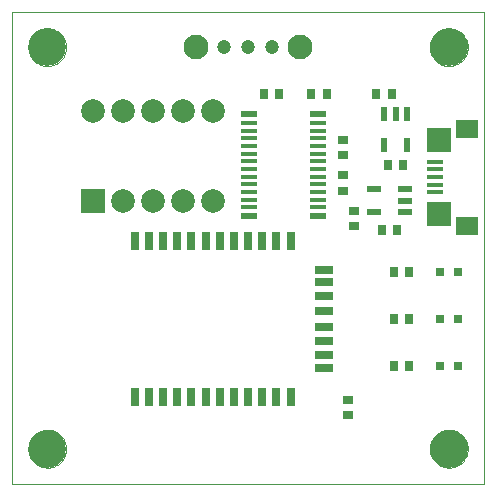
<source format=gts>
G75*
%MOIN*%
%OFA0B0*%
%FSLAX24Y24*%
%IPPOS*%
%LPD*%
%AMOC8*
5,1,8,0,0,1.08239X$1,22.5*
%
%ADD10C,0.0000*%
%ADD11C,0.1260*%
%ADD12R,0.0276X0.0354*%
%ADD13R,0.0354X0.0276*%
%ADD14R,0.0531X0.0236*%
%ADD15R,0.0531X0.0157*%
%ADD16R,0.0315X0.0630*%
%ADD17R,0.0630X0.0315*%
%ADD18R,0.0472X0.0217*%
%ADD19R,0.0217X0.0472*%
%ADD20R,0.0748X0.0630*%
%ADD21R,0.0787X0.0827*%
%ADD22R,0.0315X0.0315*%
%ADD23C,0.0472*%
%ADD24C,0.0827*%
%ADD25R,0.0787X0.0787*%
%ADD26C,0.0787*%
D10*
X001361Y001361D02*
X001361Y017109D01*
X017109Y017109D01*
X017109Y001361D01*
X001361Y001361D01*
X001912Y002542D02*
X001914Y002592D01*
X001920Y002642D01*
X001930Y002691D01*
X001944Y002739D01*
X001961Y002786D01*
X001982Y002831D01*
X002007Y002875D01*
X002035Y002916D01*
X002067Y002955D01*
X002101Y002992D01*
X002138Y003026D01*
X002178Y003056D01*
X002220Y003083D01*
X002264Y003107D01*
X002310Y003128D01*
X002357Y003144D01*
X002405Y003157D01*
X002455Y003166D01*
X002504Y003171D01*
X002555Y003172D01*
X002605Y003169D01*
X002654Y003162D01*
X002703Y003151D01*
X002751Y003136D01*
X002797Y003118D01*
X002842Y003096D01*
X002885Y003070D01*
X002926Y003041D01*
X002965Y003009D01*
X003001Y002974D01*
X003033Y002936D01*
X003063Y002896D01*
X003090Y002853D01*
X003113Y002809D01*
X003132Y002763D01*
X003148Y002715D01*
X003160Y002666D01*
X003168Y002617D01*
X003172Y002567D01*
X003172Y002517D01*
X003168Y002467D01*
X003160Y002418D01*
X003148Y002369D01*
X003132Y002321D01*
X003113Y002275D01*
X003090Y002231D01*
X003063Y002188D01*
X003033Y002148D01*
X003001Y002110D01*
X002965Y002075D01*
X002926Y002043D01*
X002885Y002014D01*
X002842Y001988D01*
X002797Y001966D01*
X002751Y001948D01*
X002703Y001933D01*
X002654Y001922D01*
X002605Y001915D01*
X002555Y001912D01*
X002504Y001913D01*
X002455Y001918D01*
X002405Y001927D01*
X002357Y001940D01*
X002310Y001956D01*
X002264Y001977D01*
X002220Y002001D01*
X002178Y002028D01*
X002138Y002058D01*
X002101Y002092D01*
X002067Y002129D01*
X002035Y002168D01*
X002007Y002209D01*
X001982Y002253D01*
X001961Y002298D01*
X001944Y002345D01*
X001930Y002393D01*
X001920Y002442D01*
X001914Y002492D01*
X001912Y002542D01*
X001912Y015928D02*
X001914Y015978D01*
X001920Y016028D01*
X001930Y016077D01*
X001944Y016125D01*
X001961Y016172D01*
X001982Y016217D01*
X002007Y016261D01*
X002035Y016302D01*
X002067Y016341D01*
X002101Y016378D01*
X002138Y016412D01*
X002178Y016442D01*
X002220Y016469D01*
X002264Y016493D01*
X002310Y016514D01*
X002357Y016530D01*
X002405Y016543D01*
X002455Y016552D01*
X002504Y016557D01*
X002555Y016558D01*
X002605Y016555D01*
X002654Y016548D01*
X002703Y016537D01*
X002751Y016522D01*
X002797Y016504D01*
X002842Y016482D01*
X002885Y016456D01*
X002926Y016427D01*
X002965Y016395D01*
X003001Y016360D01*
X003033Y016322D01*
X003063Y016282D01*
X003090Y016239D01*
X003113Y016195D01*
X003132Y016149D01*
X003148Y016101D01*
X003160Y016052D01*
X003168Y016003D01*
X003172Y015953D01*
X003172Y015903D01*
X003168Y015853D01*
X003160Y015804D01*
X003148Y015755D01*
X003132Y015707D01*
X003113Y015661D01*
X003090Y015617D01*
X003063Y015574D01*
X003033Y015534D01*
X003001Y015496D01*
X002965Y015461D01*
X002926Y015429D01*
X002885Y015400D01*
X002842Y015374D01*
X002797Y015352D01*
X002751Y015334D01*
X002703Y015319D01*
X002654Y015308D01*
X002605Y015301D01*
X002555Y015298D01*
X002504Y015299D01*
X002455Y015304D01*
X002405Y015313D01*
X002357Y015326D01*
X002310Y015342D01*
X002264Y015363D01*
X002220Y015387D01*
X002178Y015414D01*
X002138Y015444D01*
X002101Y015478D01*
X002067Y015515D01*
X002035Y015554D01*
X002007Y015595D01*
X001982Y015639D01*
X001961Y015684D01*
X001944Y015731D01*
X001930Y015779D01*
X001920Y015828D01*
X001914Y015878D01*
X001912Y015928D01*
X015298Y015928D02*
X015300Y015978D01*
X015306Y016028D01*
X015316Y016077D01*
X015330Y016125D01*
X015347Y016172D01*
X015368Y016217D01*
X015393Y016261D01*
X015421Y016302D01*
X015453Y016341D01*
X015487Y016378D01*
X015524Y016412D01*
X015564Y016442D01*
X015606Y016469D01*
X015650Y016493D01*
X015696Y016514D01*
X015743Y016530D01*
X015791Y016543D01*
X015841Y016552D01*
X015890Y016557D01*
X015941Y016558D01*
X015991Y016555D01*
X016040Y016548D01*
X016089Y016537D01*
X016137Y016522D01*
X016183Y016504D01*
X016228Y016482D01*
X016271Y016456D01*
X016312Y016427D01*
X016351Y016395D01*
X016387Y016360D01*
X016419Y016322D01*
X016449Y016282D01*
X016476Y016239D01*
X016499Y016195D01*
X016518Y016149D01*
X016534Y016101D01*
X016546Y016052D01*
X016554Y016003D01*
X016558Y015953D01*
X016558Y015903D01*
X016554Y015853D01*
X016546Y015804D01*
X016534Y015755D01*
X016518Y015707D01*
X016499Y015661D01*
X016476Y015617D01*
X016449Y015574D01*
X016419Y015534D01*
X016387Y015496D01*
X016351Y015461D01*
X016312Y015429D01*
X016271Y015400D01*
X016228Y015374D01*
X016183Y015352D01*
X016137Y015334D01*
X016089Y015319D01*
X016040Y015308D01*
X015991Y015301D01*
X015941Y015298D01*
X015890Y015299D01*
X015841Y015304D01*
X015791Y015313D01*
X015743Y015326D01*
X015696Y015342D01*
X015650Y015363D01*
X015606Y015387D01*
X015564Y015414D01*
X015524Y015444D01*
X015487Y015478D01*
X015453Y015515D01*
X015421Y015554D01*
X015393Y015595D01*
X015368Y015639D01*
X015347Y015684D01*
X015330Y015731D01*
X015316Y015779D01*
X015306Y015828D01*
X015300Y015878D01*
X015298Y015928D01*
X015298Y002542D02*
X015300Y002592D01*
X015306Y002642D01*
X015316Y002691D01*
X015330Y002739D01*
X015347Y002786D01*
X015368Y002831D01*
X015393Y002875D01*
X015421Y002916D01*
X015453Y002955D01*
X015487Y002992D01*
X015524Y003026D01*
X015564Y003056D01*
X015606Y003083D01*
X015650Y003107D01*
X015696Y003128D01*
X015743Y003144D01*
X015791Y003157D01*
X015841Y003166D01*
X015890Y003171D01*
X015941Y003172D01*
X015991Y003169D01*
X016040Y003162D01*
X016089Y003151D01*
X016137Y003136D01*
X016183Y003118D01*
X016228Y003096D01*
X016271Y003070D01*
X016312Y003041D01*
X016351Y003009D01*
X016387Y002974D01*
X016419Y002936D01*
X016449Y002896D01*
X016476Y002853D01*
X016499Y002809D01*
X016518Y002763D01*
X016534Y002715D01*
X016546Y002666D01*
X016554Y002617D01*
X016558Y002567D01*
X016558Y002517D01*
X016554Y002467D01*
X016546Y002418D01*
X016534Y002369D01*
X016518Y002321D01*
X016499Y002275D01*
X016476Y002231D01*
X016449Y002188D01*
X016419Y002148D01*
X016387Y002110D01*
X016351Y002075D01*
X016312Y002043D01*
X016271Y002014D01*
X016228Y001988D01*
X016183Y001966D01*
X016137Y001948D01*
X016089Y001933D01*
X016040Y001922D01*
X015991Y001915D01*
X015941Y001912D01*
X015890Y001913D01*
X015841Y001918D01*
X015791Y001927D01*
X015743Y001940D01*
X015696Y001956D01*
X015650Y001977D01*
X015606Y002001D01*
X015564Y002028D01*
X015524Y002058D01*
X015487Y002092D01*
X015453Y002129D01*
X015421Y002168D01*
X015393Y002209D01*
X015368Y002253D01*
X015347Y002298D01*
X015330Y002345D01*
X015316Y002393D01*
X015306Y002442D01*
X015300Y002492D01*
X015298Y002542D01*
D11*
X015928Y002542D03*
X015928Y015928D03*
X002542Y015928D03*
X002542Y002542D03*
D12*
X013704Y009826D03*
X014215Y009826D03*
X014097Y008448D03*
X014609Y008448D03*
X014609Y006873D03*
X014097Y006873D03*
X014097Y005298D03*
X014609Y005298D03*
X014412Y011991D03*
X013900Y011991D03*
X014019Y014353D03*
X013507Y014353D03*
X011853Y014353D03*
X011341Y014353D03*
X010278Y014353D03*
X009767Y014353D03*
D13*
X012385Y012837D03*
X012385Y012326D03*
X012385Y011656D03*
X012385Y011145D03*
X012778Y010475D03*
X012778Y009963D03*
X012582Y004176D03*
X012582Y003664D03*
D14*
X011568Y010288D03*
X009265Y010288D03*
X009265Y013694D03*
X011568Y013694D03*
D15*
X011568Y013399D03*
X011568Y013143D03*
X011568Y012887D03*
X011568Y012631D03*
X011568Y012375D03*
X011568Y012119D03*
X011568Y011863D03*
X011568Y011607D03*
X011568Y011351D03*
X011568Y011095D03*
X011568Y010839D03*
X011568Y010584D03*
X009265Y010584D03*
X009265Y010839D03*
X009265Y011095D03*
X009265Y011351D03*
X009265Y011607D03*
X009265Y011863D03*
X009265Y012119D03*
X009265Y012375D03*
X009265Y012631D03*
X009265Y012887D03*
X009265Y013143D03*
X009265Y013399D03*
X015465Y012109D03*
X015465Y011853D03*
X015465Y011597D03*
X015465Y011341D03*
X015465Y011086D03*
D16*
X010652Y009471D03*
X010180Y009471D03*
X009708Y009471D03*
X009235Y009471D03*
X008763Y009471D03*
X008290Y009471D03*
X007818Y009471D03*
X007345Y009471D03*
X006873Y009471D03*
X006400Y009471D03*
X005928Y009471D03*
X005456Y009471D03*
X005456Y004274D03*
X005928Y004274D03*
X006400Y004274D03*
X006873Y004274D03*
X007345Y004274D03*
X007818Y004274D03*
X008290Y004274D03*
X008763Y004274D03*
X009235Y004274D03*
X009708Y004274D03*
X010180Y004274D03*
X010652Y004274D03*
D17*
X011755Y005250D03*
X011755Y005652D03*
X011755Y006125D03*
X011755Y006597D03*
X011755Y007149D03*
X011755Y007621D03*
X011755Y008093D03*
X011755Y008496D03*
D18*
X013448Y010436D03*
X013448Y011184D03*
X014471Y011184D03*
X014471Y010810D03*
X014471Y010436D03*
D19*
X014530Y012660D03*
X013782Y012660D03*
X013782Y013684D03*
X014156Y013684D03*
X014530Y013684D03*
D20*
X016519Y013211D03*
X016519Y009983D03*
D21*
X015593Y010377D03*
X015593Y012818D03*
D22*
X015633Y008448D03*
X016223Y008448D03*
X016223Y006873D03*
X015633Y006873D03*
X015633Y005298D03*
X016223Y005298D03*
D23*
X010023Y015928D03*
X009235Y015928D03*
X008448Y015928D03*
D24*
X007503Y015928D03*
X010967Y015928D03*
D25*
X004054Y010810D03*
D26*
X005054Y010810D03*
X006054Y010810D03*
X007054Y010810D03*
X008054Y010810D03*
X008054Y013810D03*
X007054Y013810D03*
X006054Y013810D03*
X005054Y013810D03*
X004054Y013810D03*
M02*

</source>
